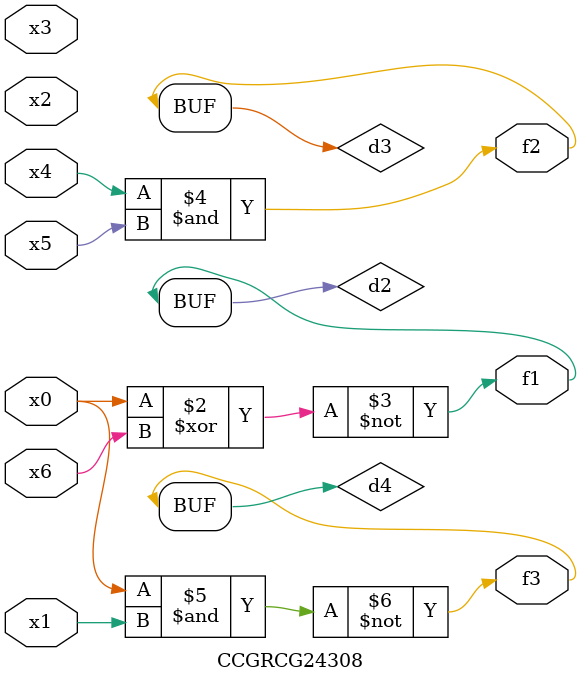
<source format=v>
module CCGRCG24308(
	input x0, x1, x2, x3, x4, x5, x6,
	output f1, f2, f3
);

	wire d1, d2, d3, d4;

	nor (d1, x0);
	xnor (d2, x0, x6);
	and (d3, x4, x5);
	nand (d4, x0, x1);
	assign f1 = d2;
	assign f2 = d3;
	assign f3 = d4;
endmodule

</source>
